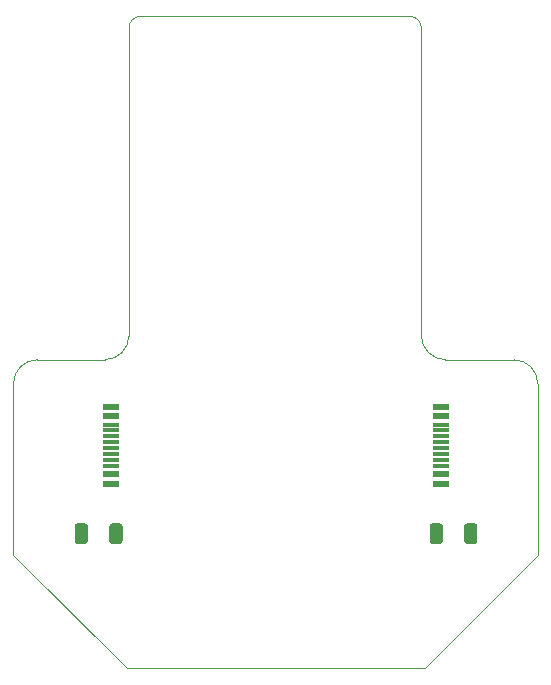
<source format=gbr>
%TF.GenerationSoftware,KiCad,Pcbnew,(5.1.10-1-10_14)*%
%TF.CreationDate,2021-07-13T06:28:44-07:00*%
%TF.ProjectId,Synapse,53796e61-7073-4652-9e6b-696361645f70,rev?*%
%TF.SameCoordinates,Original*%
%TF.FileFunction,Paste,Top*%
%TF.FilePolarity,Positive*%
%FSLAX46Y46*%
G04 Gerber Fmt 4.6, Leading zero omitted, Abs format (unit mm)*
G04 Created by KiCad (PCBNEW (5.1.10-1-10_14)) date 2021-07-13 06:28:44*
%MOMM*%
%LPD*%
G01*
G04 APERTURE LIST*
%TA.AperFunction,Profile*%
%ADD10C,0.050000*%
%TD*%
%ADD11R,1.450000X0.600000*%
%ADD12R,1.450000X0.300000*%
G04 APERTURE END LIST*
D10*
X163474400Y-75285600D02*
X173050200Y-65684400D01*
X138277600Y-75285600D02*
X128651000Y-65684400D01*
X171018200Y-49149000D02*
G75*
G02*
X173050200Y-51181000I0J-2032000D01*
G01*
X128651000Y-51181000D02*
G75*
G02*
X130683000Y-49149000I2032000J0D01*
G01*
X163195000Y-47117000D02*
X163195000Y-21082000D01*
X138430000Y-47117000D02*
X138430000Y-21082000D01*
X165227000Y-49149000D02*
X171018200Y-49149000D01*
X136398000Y-49149000D02*
X130683000Y-49149000D01*
X165227000Y-49149000D02*
G75*
G02*
X163195000Y-47117000I0J2032000D01*
G01*
X138430000Y-47117000D02*
G75*
G02*
X136398000Y-49149000I-2032000J0D01*
G01*
X139446000Y-20066000D02*
X162179000Y-20066000D01*
X128651000Y-65684400D02*
X128651000Y-51181000D01*
X163474400Y-75285600D02*
X138277600Y-75285600D01*
X173050200Y-51181000D02*
X173050200Y-65684400D01*
X162179000Y-20066000D02*
G75*
G02*
X163195000Y-21082000I0J-1016000D01*
G01*
X138430000Y-21082000D02*
G75*
G02*
X139446000Y-20066000I1016000J0D01*
G01*
%TO.C,R2*%
G36*
G01*
X166812800Y-64506001D02*
X166812800Y-63255999D01*
G75*
G02*
X167062799Y-63006000I249999J0D01*
G01*
X167687801Y-63006000D01*
G75*
G02*
X167937800Y-63255999I0J-249999D01*
G01*
X167937800Y-64506001D01*
G75*
G02*
X167687801Y-64756000I-249999J0D01*
G01*
X167062799Y-64756000D01*
G75*
G02*
X166812800Y-64506001I0J249999D01*
G01*
G37*
G36*
G01*
X163887800Y-64506001D02*
X163887800Y-63255999D01*
G75*
G02*
X164137799Y-63006000I249999J0D01*
G01*
X164762801Y-63006000D01*
G75*
G02*
X165012800Y-63255999I0J-249999D01*
G01*
X165012800Y-64506001D01*
G75*
G02*
X164762801Y-64756000I-249999J0D01*
G01*
X164137799Y-64756000D01*
G75*
G02*
X163887800Y-64506001I0J249999D01*
G01*
G37*
%TD*%
%TO.C,R1*%
G36*
G01*
X134964600Y-63255999D02*
X134964600Y-64506001D01*
G75*
G02*
X134714601Y-64756000I-249999J0D01*
G01*
X134089599Y-64756000D01*
G75*
G02*
X133839600Y-64506001I0J249999D01*
G01*
X133839600Y-63255999D01*
G75*
G02*
X134089599Y-63006000I249999J0D01*
G01*
X134714601Y-63006000D01*
G75*
G02*
X134964600Y-63255999I0J-249999D01*
G01*
G37*
G36*
G01*
X137889600Y-63255999D02*
X137889600Y-64506001D01*
G75*
G02*
X137639601Y-64756000I-249999J0D01*
G01*
X137014599Y-64756000D01*
G75*
G02*
X136764600Y-64506001I0J249999D01*
G01*
X136764600Y-63255999D01*
G75*
G02*
X137014599Y-63006000I249999J0D01*
G01*
X137639601Y-63006000D01*
G75*
G02*
X137889600Y-63255999I0J-249999D01*
G01*
G37*
%TD*%
D11*
%TO.C,USB1*%
X136887000Y-59638000D03*
X136887000Y-58838000D03*
X136887000Y-53938000D03*
X136887000Y-53138000D03*
X136887000Y-53138000D03*
X136887000Y-53938000D03*
X136887000Y-58838000D03*
X136887000Y-59638000D03*
D12*
X136887000Y-54638000D03*
X136887000Y-55138000D03*
X136887000Y-55638000D03*
X136887000Y-56638000D03*
X136887000Y-57138000D03*
X136887000Y-57638000D03*
X136887000Y-58138000D03*
X136887000Y-56138000D03*
%TD*%
D11*
%TO.C,USB2*%
X164865000Y-53138000D03*
X164865000Y-53938000D03*
X164865000Y-58838000D03*
X164865000Y-59638000D03*
X164865000Y-59638000D03*
X164865000Y-58838000D03*
X164865000Y-53938000D03*
X164865000Y-53138000D03*
D12*
X164865000Y-58138000D03*
X164865000Y-57638000D03*
X164865000Y-57138000D03*
X164865000Y-56138000D03*
X164865000Y-55638000D03*
X164865000Y-55138000D03*
X164865000Y-54638000D03*
X164865000Y-56638000D03*
%TD*%
M02*

</source>
